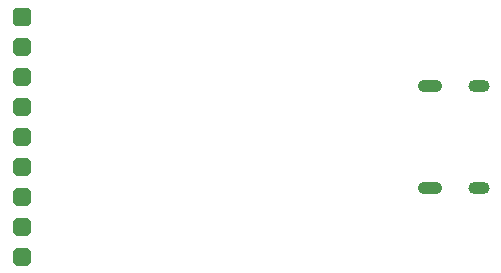
<source format=gbs>
G04*
G04 #@! TF.GenerationSoftware,Altium Limited,Altium Designer,24.3.1 (35)*
G04*
G04 Layer_Color=16711935*
%FSLAX25Y25*%
%MOIN*%
G70*
G04*
G04 #@! TF.SameCoordinates,57CFF2C1-F6F0-495B-A43E-250286006A87*
G04*
G04*
G04 #@! TF.FilePolarity,Negative*
G04*
G01*
G75*
G04:AMPARAMS|DCode=50|XSize=39.37mil|YSize=82.68mil|CornerRadius=19.68mil|HoleSize=0mil|Usage=FLASHONLY|Rotation=90.000|XOffset=0mil|YOffset=0mil|HoleType=Round|Shape=RoundedRectangle|*
%AMROUNDEDRECTD50*
21,1,0.03937,0.04331,0,0,90.0*
21,1,0.00000,0.08268,0,0,90.0*
1,1,0.03937,0.02165,0.00000*
1,1,0.03937,0.02165,0.00000*
1,1,0.03937,-0.02165,0.00000*
1,1,0.03937,-0.02165,0.00000*
%
%ADD50ROUNDEDRECTD50*%
G04:AMPARAMS|DCode=51|XSize=39.37mil|YSize=70.87mil|CornerRadius=19.68mil|HoleSize=0mil|Usage=FLASHONLY|Rotation=90.000|XOffset=0mil|YOffset=0mil|HoleType=Round|Shape=RoundedRectangle|*
%AMROUNDEDRECTD51*
21,1,0.03937,0.03150,0,0,90.0*
21,1,0.00000,0.07087,0,0,90.0*
1,1,0.03937,0.01575,0.00000*
1,1,0.03937,0.01575,0.00000*
1,1,0.03937,-0.01575,0.00000*
1,1,0.03937,-0.01575,0.00000*
%
%ADD51ROUNDEDRECTD51*%
%ADD52C,0.00400*%
G04:AMPARAMS|DCode=53|XSize=63.06mil|YSize=63.06mil|CornerRadius=0mil|HoleSize=0mil|Usage=FLASHONLY|Rotation=270.000|XOffset=0mil|YOffset=0mil|HoleType=Round|Shape=Octagon|*
%AMOCTAGOND53*
4,1,8,-0.01576,-0.03153,0.01576,-0.03153,0.03153,-0.01576,0.03153,0.01576,0.01576,0.03153,-0.01576,0.03153,-0.03153,0.01576,-0.03153,-0.01576,-0.01576,-0.03153,0.0*
%
%ADD53OCTAGOND53*%

G04:AMPARAMS|DCode=54|XSize=63.06mil|YSize=63.06mil|CornerRadius=16.76mil|HoleSize=0mil|Usage=FLASHONLY|Rotation=270.000|XOffset=0mil|YOffset=0mil|HoleType=Round|Shape=RoundedRectangle|*
%AMROUNDEDRECTD54*
21,1,0.06306,0.02953,0,0,270.0*
21,1,0.02953,0.06306,0,0,270.0*
1,1,0.03353,-0.01476,-0.01476*
1,1,0.03353,-0.01476,0.01476*
1,1,0.03353,0.01476,0.01476*
1,1,0.03353,0.01476,-0.01476*
%
%ADD54ROUNDEDRECTD54*%
D50*
X147579Y72126D02*
D03*
Y38110D02*
D03*
D51*
X164035Y72126D02*
D03*
Y38110D02*
D03*
D52*
X149547Y66496D02*
D03*
Y43740D02*
D03*
D53*
X11811Y25118D02*
D03*
Y35118D02*
D03*
Y55118D02*
D03*
Y65118D02*
D03*
Y75118D02*
D03*
Y85118D02*
D03*
Y45118D02*
D03*
Y15118D02*
D03*
D54*
Y95118D02*
D03*
M02*

</source>
